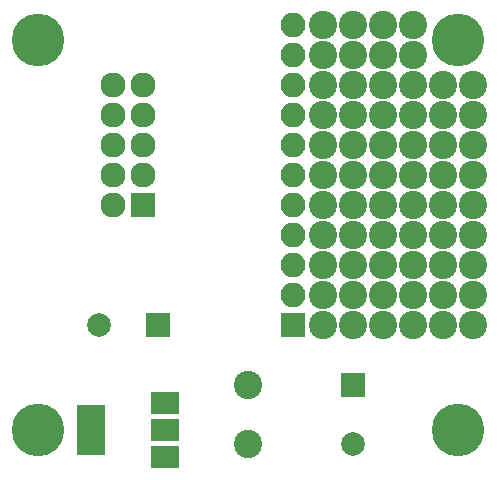
<source format=gts>
G04 #@! TF.FileFunction,Soldermask,Top*
%FSLAX46Y46*%
G04 Gerber Fmt 4.6, Leading zero omitted, Abs format (unit mm)*
G04 Created by KiCad (PCBNEW 4.0.7-e0-6372~58~ubuntu16.10.1) date Fri Jul 21 12:49:51 2017*
%MOMM*%
%LPD*%
G01*
G04 APERTURE LIST*
%ADD10C,0.100000*%
%ADD11C,4.464000*%
%ADD12C,2.398980*%
%ADD13R,2.000000X2.000000*%
%ADD14C,2.000000*%
%ADD15C,2.400000*%
%ADD16R,2.127200X2.127200*%
%ADD17O,2.127200X2.127200*%
%ADD18R,2.100000X2.100000*%
%ADD19O,2.100000X2.100000*%
%ADD20R,2.400000X4.200000*%
%ADD21R,2.400000X1.900000*%
G04 APERTURE END LIST*
D10*
D11*
X156210000Y-110490000D03*
X156210000Y-77470000D03*
X191770000Y-77470000D03*
D12*
X193040000Y-101600000D03*
X190500000Y-101600000D03*
X187960000Y-101600000D03*
X185420000Y-101600000D03*
X182880000Y-101600000D03*
X180340000Y-101600000D03*
X193040000Y-99060000D03*
X190500000Y-99060000D03*
X187960000Y-99060000D03*
X185420000Y-99060000D03*
X182880000Y-99060000D03*
X180340000Y-99060000D03*
X193040000Y-96520000D03*
X190500000Y-96520000D03*
X187960000Y-96520000D03*
X185420000Y-96520000D03*
X182880000Y-96520000D03*
X180340000Y-96520000D03*
X193040000Y-93980000D03*
X190500000Y-93980000D03*
X187960000Y-93980000D03*
X185420000Y-93980000D03*
X182880000Y-93980000D03*
X180340000Y-93980000D03*
X193040000Y-91440000D03*
X190500000Y-91440000D03*
X187960000Y-91440000D03*
X185420000Y-91440000D03*
X182880000Y-91440000D03*
X180340000Y-91440000D03*
X193040000Y-88900000D03*
X190500000Y-88900000D03*
X187960000Y-88900000D03*
X185420000Y-88900000D03*
X182880000Y-88900000D03*
X180340000Y-88900000D03*
X193040000Y-86360000D03*
X190500000Y-86360000D03*
X187960000Y-86360000D03*
X185420000Y-86360000D03*
X182880000Y-86360000D03*
X180340000Y-86360000D03*
X193040000Y-83820000D03*
X190500000Y-83820000D03*
X187960000Y-83820000D03*
X185420000Y-83820000D03*
X182880000Y-83820000D03*
X180340000Y-83820000D03*
X193040000Y-81280000D03*
X190500000Y-81280000D03*
X187960000Y-81280000D03*
X185420000Y-81280000D03*
X182880000Y-81280000D03*
X180340000Y-81280000D03*
X187960000Y-78740000D03*
X185420000Y-78740000D03*
X182880000Y-78740000D03*
X180340000Y-78740000D03*
X187960000Y-76200000D03*
X185420000Y-76200000D03*
X182880000Y-76200000D03*
D13*
X166370000Y-101600000D03*
D14*
X161370000Y-101600000D03*
D13*
X182880000Y-106680000D03*
D14*
X182880000Y-111680000D03*
D15*
X173990000Y-106680000D03*
X173990000Y-111680000D03*
D16*
X165100000Y-91440000D03*
D17*
X162560000Y-91440000D03*
X165100000Y-88900000D03*
X162560000Y-88900000D03*
X165100000Y-86360000D03*
X162560000Y-86360000D03*
X165100000Y-83820000D03*
X162560000Y-83820000D03*
X165100000Y-81280000D03*
X162560000Y-81280000D03*
D18*
X177800000Y-101600000D03*
D19*
X177800000Y-99060000D03*
X177800000Y-96520000D03*
X177800000Y-93980000D03*
X177800000Y-91440000D03*
X177800000Y-88900000D03*
X177800000Y-86360000D03*
X177800000Y-83820000D03*
X177800000Y-81280000D03*
X177800000Y-78740000D03*
X177800000Y-76200000D03*
D20*
X160680000Y-110490000D03*
D21*
X166980000Y-110490000D03*
X166980000Y-108190000D03*
X166980000Y-112790000D03*
D12*
X180340000Y-76200000D03*
D11*
X191770000Y-110490000D03*
M02*

</source>
